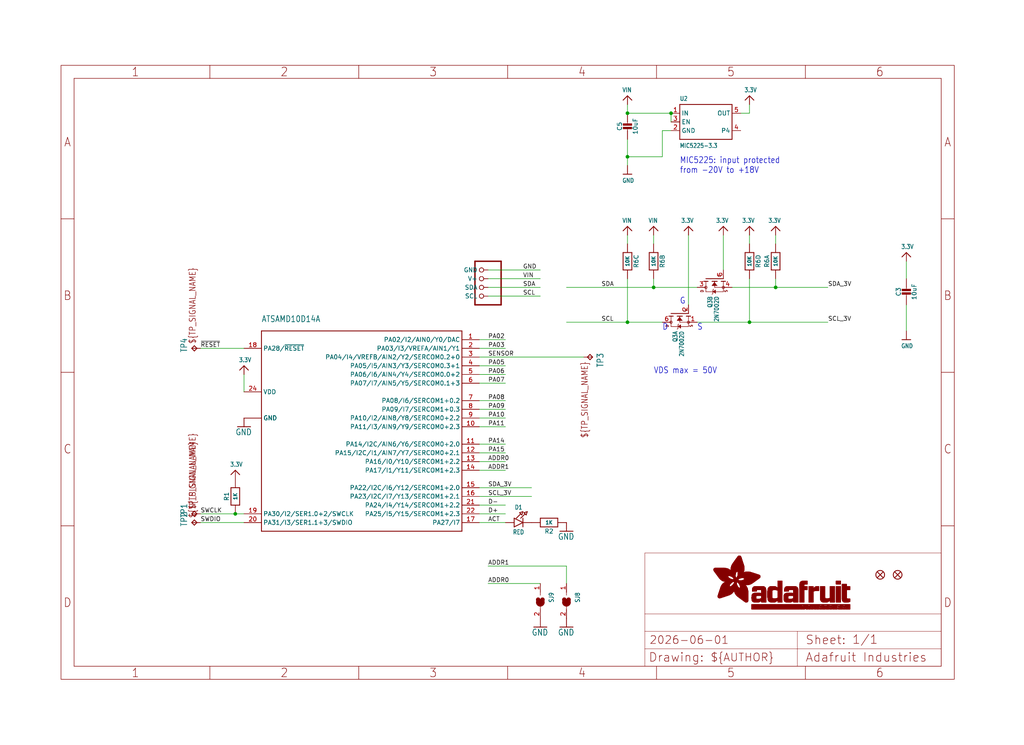
<source format=kicad_sch>
(kicad_sch (version 20230121) (generator eeschema)
  (paper "User" 298.45 217.322)
  (lib_symbols
    (symbol "working-eagle-import:3.3V" (power)
      (property "Value" "3.3V" (at -1.524 1.016 0))
      (symbol "3.3V_1_0"
        (pin power_in line (at 0 -2.54 90) (length 2.54) (name "3.3V") (number "1"))
      )
    )
    (symbol "working-eagle-import:ATSAMD10D14A"
      (symbol "ATSAMD10D14A_1_0"
        (pin bidirectional line (at 35.56 25.4 180) (length 5.08) (name "PA02/I2/AIN0/Y0/DAC") (number "1"))
        (pin bidirectional line (at 35.56 0 180) (length 5.08) (name "PA11/I3/AIN9/Y9/SERCOM0+2.3") (number "10"))
        (pin bidirectional line (at 35.56 -5.08 180) (length 5.08) (name "PA14/I2C/AIN6/Y6/SERCOM0+2.0") (number "11"))
        (pin bidirectional line (at 35.56 -7.62 180) (length 5.08) (name "PA15/I2C/I1/AIN7/Y7/SERCOM0+2.1") (number "12"))
        (pin bidirectional line (at 35.56 -10.16 180) (length 5.08) (name "PA16/I0/Y10/SERCOM1+2.2") (number "13"))
        (pin bidirectional line (at 35.56 -12.7 180) (length 5.08) (name "PA17/I1/Y11/SERCOM1+2.3") (number "14"))
        (pin bidirectional line (at 35.56 -17.78 180) (length 5.08) (name "PA22/I2C/I6/Y12/SERCOM1+2.0") (number "15"))
        (pin bidirectional line (at 35.56 -20.32 180) (length 5.08) (name "PA23/I2C/I7/Y13/SERCOM1+2.1") (number "16"))
        (pin bidirectional line (at 35.56 -27.94 180) (length 5.08) (name "PA27/I7") (number "17"))
        (pin bidirectional line (at -33.02 22.86 0) (length 5.08) (name "PA28/~{RESET}") (number "18"))
        (pin bidirectional line (at -33.02 -25.4 0) (length 5.08) (name "PA30/I2/SER1.0+2/SWCLK") (number "19"))
        (pin bidirectional line (at 35.56 22.86 180) (length 5.08) (name "PA03/I3/VREFA/AIN1/Y1") (number "2"))
        (pin bidirectional line (at -33.02 -27.94 0) (length 5.08) (name "PA31/I3/SER1.1+3/SWDIO") (number "20"))
        (pin bidirectional line (at 35.56 -22.86 180) (length 5.08) (name "PA24/I4/Y14/SERCOM1+2.2") (number "21"))
        (pin bidirectional line (at 35.56 -25.4 180) (length 5.08) (name "PA25/I5/Y15/SERCOM1+2.3") (number "22"))
        (pin power_in line (at -33.02 2.54 0) (length 5.08) (name "GND") (number "23"))
        (pin power_in line (at -33.02 10.16 0) (length 5.08) (name "VDD") (number "24"))
        (pin bidirectional line (at 35.56 20.32 180) (length 5.08) (name "PA04/I4/VREFB/AIN2/Y2/SERCOM0.2+0") (number "3"))
        (pin bidirectional line (at 35.56 17.78 180) (length 5.08) (name "PA05/I5/AIN3/Y3/SERCOM0.3+1") (number "4"))
        (pin bidirectional line (at 35.56 15.24 180) (length 5.08) (name "PA06/I6/AIN4/Y4/SERCOM0.0+2") (number "5"))
        (pin bidirectional line (at 35.56 12.7 180) (length 5.08) (name "PA07/I7/AIN5/Y5/SERCOM0.1+3") (number "6"))
        (pin bidirectional line (at 35.56 7.62 180) (length 5.08) (name "PA08/I6/SERCOM1+0.2") (number "7"))
        (pin bidirectional line (at 35.56 5.08 180) (length 5.08) (name "PA09/I7/SERCOM1+0.3") (number "8"))
        (pin bidirectional line (at 35.56 2.54 180) (length 5.08) (name "PA10/I2/AIN8/Y8/SERCOM0+2.2") (number "9"))
        (pin power_in line (at -33.02 2.54 0) (length 5.08) (name "GND") (number "THERM"))
      )
    )
    (symbol "working-eagle-import:CAP_CERAMIC0805-NOOUTLINE"
      (property "Reference" "C" (at -2.29 1.25 90))
      (symbol "CAP_CERAMIC0805-NOOUTLINE_1_0"
        (pin passive line (at 0 5.08 270) (length 2.54) (name "1") (number "1"))
        (pin passive line (at 0 -2.54 90) (length 2.54) (name "2") (number "2"))
      )
    )
    (symbol "working-eagle-import:FIDUCIAL_1MM")
    (symbol "working-eagle-import:FRAME_A4_ADAFRUIT"
      (symbol "FRAME_A4_ADAFRUIT_1_0"
        (text "${#}/${##}" (at 230.505 10.16 0) (effects (font (size 2.54 2.54)) (justify left bottom)))
        (text "${AUTHOR}" (at 189.23 5.08 0) (effects (font (size 2.286 2.286)) (justify left bottom)))
        (text "${CURRENT_DATE}" (at 171.45 10.16 0) (effects (font (size 2.286 2.286)) (justify left bottom)))
        (text "${PROJECTNAME}" (at 171.45 15.24 0) (effects (font (size 2.54 2.54)) (justify left bottom)))
        (text "1" (at 21.6958 1.905 0) (effects (font (size 2.54 2.286))))
        (text "1" (at 21.6958 177.165 0) (effects (font (size 2.54 2.286))))
        (text "2" (at 65.0875 1.905 0) (effects (font (size 2.54 2.286))))
        (text "2" (at 65.0875 177.165 0) (effects (font (size 2.54 2.286))))
        (text "3" (at 108.4792 1.905 0) (effects (font (size 2.54 2.286))))
        (text "3" (at 108.4792 177.165 0) (effects (font (size 2.54 2.286))))
        (text "4" (at 151.8708 1.905 0) (effects (font (size 2.54 2.286))))
        (text "4" (at 151.8708 177.165 0) (effects (font (size 2.54 2.286))))
        (text "5" (at 195.2625 1.905 0) (effects (font (size 2.54 2.286))))
        (text "5" (at 195.2625 177.165 0) (effects (font (size 2.54 2.286))))
        (text "6" (at 238.6542 1.905 0) (effects (font (size 2.54 2.286))))
        (text "6" (at 238.6542 177.165 0) (effects (font (size 2.54 2.286))))
        (text "A" (at 1.905 156.6863 0) (effects (font (size 2.54 2.286))))
        (text "A" (at 258.445 156.6863 0) (effects (font (size 2.54 2.286))))
        (text "Adafruit Industries" (at 216.916 4.953 0) (effects (font (size 2.54 2.54)) (justify left bottom)))
        (text "B" (at 1.905 111.9188 0) (effects (font (size 2.54 2.286))))
        (text "B" (at 258.445 111.9188 0) (effects (font (size 2.54 2.286))))
        (text "C" (at 1.905 67.1513 0) (effects (font (size 2.54 2.286))))
        (text "C" (at 258.445 67.1513 0) (effects (font (size 2.54 2.286))))
        (text "D" (at 1.905 22.3838 0) (effects (font (size 2.54 2.286))))
        (text "D" (at 258.445 22.3838 0) (effects (font (size 2.54 2.286))))
        (text "Drawing:" (at 171.196 4.953 0) (effects (font (size 2.54 2.54)) (justify left bottom)))
        (text "Sheet:" (at 216.916 10.033 0) (effects (font (size 2.54 2.54)) (justify left bottom)))
      )
    )
    (symbol "working-eagle-import:GND" (power)
      (property "Value" "GND" (at -1.524 -2.54 0))
      (symbol "GND_1_0"
        (pin power_in line (at 0 2.54 270) (length 2.54) (name "GND") (number "1"))
      )
    )
    (symbol "working-eagle-import:LED0805_NOOUTLINE"
      (property "Reference" "D" (at -1.27 4.445 0))
      (symbol "LED0805_NOOUTLINE_1_0"
        (pin passive line (at -5.08 0 0) (length 2.54) (name "A") (number "A"))
        (pin passive line (at 2.54 0 180) (length 2.54) (name "C") (number "C"))
      )
    )
    (symbol "working-eagle-import:MOSFET-N_DUAL"
      (property "Reference" "Q" (at 5.08 0.635 0))
      (symbol "MOSFET-N_DUAL_1_0"
        (text "D" (at 3.175 3.175 0) (effects (font (size 0.8128 0.6908)) (justify left bottom)))
        (text "G" (at -1.27 -1.905 0) (effects (font (size 0.8128 0.6908)) (justify left bottom)))
        (text "S" (at 3.175 -3.81 0) (effects (font (size 0.8128 0.6908)) (justify left bottom)))
        (pin bidirectional line (at 2.54 -5.08 90) (length 2.54) (name "S") (number "1"))
        (pin bidirectional line (at -2.54 -2.54 0) (length 2.54) (name "G") (number "2"))
        (pin bidirectional line (at 2.54 5.08 270) (length 2.54) (name "D") (number "6"))
      )
      (symbol "MOSFET-N_DUAL_2_0"
        (text "D" (at 3.175 3.175 0) (effects (font (size 0.8128 0.6908)) (justify left bottom)))
        (text "G" (at -1.27 -1.905 0) (effects (font (size 0.8128 0.6908)) (justify left bottom)))
        (text "S" (at 3.175 -3.81 0) (effects (font (size 0.8128 0.6908)) (justify left bottom)))
        (pin bidirectional line (at 2.54 5.08 270) (length 2.54) (name "D") (number "3"))
        (pin bidirectional line (at 2.54 -5.08 90) (length 2.54) (name "S") (number "4"))
        (pin bidirectional line (at -2.54 -2.54 0) (length 2.54) (name "G") (number "5"))
      )
    )
    (symbol "working-eagle-import:RESISTOR_0603_NOOUT"
      (property "Reference" "R" (at 0 2.54 0))
      (symbol "RESISTOR_0603_NOOUT_1_0"
        (pin passive line (at -5.08 0 0) (length 2.54) (name "1") (number "1"))
        (pin passive line (at 5.08 0 180) (length 2.54) (name "2") (number "2"))
      )
    )
    (symbol "working-eagle-import:RESISTOR_4PACK"
      (property "Reference" "R" (at 0 2.54 0))
      (symbol "RESISTOR_4PACK_1_0"
        (pin passive line (at -5.08 0 0) (length 2.54) (name "1") (number "1"))
        (pin passive line (at 5.08 0 180) (length 2.54) (name "2") (number "8"))
      )
      (symbol "RESISTOR_4PACK_2_0"
        (pin passive line (at -5.08 0 0) (length 2.54) (name "1") (number "2"))
        (pin passive line (at 5.08 0 180) (length 2.54) (name "2") (number "7"))
      )
      (symbol "RESISTOR_4PACK_3_0"
        (pin passive line (at -5.08 0 0) (length 2.54) (name "1") (number "3"))
        (pin passive line (at 5.08 0 180) (length 2.54) (name "2") (number "6"))
      )
      (symbol "RESISTOR_4PACK_4_0"
        (pin passive line (at -5.08 0 0) (length 2.54) (name "1") (number "4"))
        (pin passive line (at 5.08 0 180) (length 2.54) (name "2") (number "5"))
      )
    )
    (symbol "working-eagle-import:SOLDERJUMPER"
      (property "Reference" "SJ" (at -2.54 2.54 0))
      (symbol "SOLDERJUMPER_1_0"
        (pin passive line (at -5.08 0 0) (length 2.54) (name "1") (number "1"))
        (pin passive line (at 5.08 0 180) (length 2.54) (name "2") (number "2"))
      )
    )
    (symbol "working-eagle-import:STEMMA_I2C_RASMT"
      (symbol "STEMMA_I2C_RASMT_1_0"
        (pin passive inverted (at 0 5.08 0) (length 2.54) (name "GND") (number "1"))
        (pin passive inverted (at 0 2.54 0) (length 2.54) (name "V+") (number "2"))
        (pin passive inverted (at 0 0 0) (length 2.54) (name "SDA") (number "3"))
        (pin passive inverted (at 0 -2.54 0) (length 2.54) (name "SCL") (number "4"))
      )
      (symbol "STEMMA_I2C_RASMT_2_0"
        (pin bidirectional line (at 0 0 0) (length 5.08) (name "MT") (number "NC1"))
      )
      (symbol "STEMMA_I2C_RASMT_3_0"
        (pin bidirectional line (at 0 0 0) (length 5.08) (name "MT") (number "NC2"))
      )
    )
    (symbol "working-eagle-import:TPTP10R"
      (property "Reference" "TP" (at -1.27 1.27 0))
      (symbol "TPTP10R_1_0"
        (text "${TP_SIGNAL_NAME}" (at 1.27 -1.27 0) (effects (font (size 1.778 1.5113)) (justify left bottom)))
        (pin input line (at 0 -2.54 90) (length 2.54) (name "TP") (number "TP"))
      )
    )
    (symbol "working-eagle-import:TPTP15R"
      (property "Reference" "TP" (at -1.27 1.27 0))
      (symbol "TPTP15R_1_0"
        (text "${TP_SIGNAL_NAME}" (at 1.27 -1.27 0) (effects (font (size 1.778 1.5113)) (justify left bottom)))
        (pin input line (at 0 -2.54 90) (length 2.54) (name "TP") (number "TP"))
      )
    )
    (symbol "working-eagle-import:VIN" (power)
      (property "Value" "VIN" (at -1.524 1.016 0))
      (symbol "VIN_1_0"
        (pin power_in line (at 0 -2.54 90) (length 2.54) (name "VIN") (number "1"))
      )
    )
    (symbol "working-eagle-import:VREG_SOT23-5"
      (property "Reference" "U" (at -7.62 6.096 0))
      (symbol "VREG_SOT23-5_1_0"
        (pin power_in line (at -10.16 2.54 0) (length 2.54) (name "IN") (number "1"))
        (pin power_in line (at -10.16 -2.54 0) (length 2.54) (name "GND") (number "2"))
        (pin input line (at -10.16 0 0) (length 2.54) (name "EN") (number "3"))
        (pin bidirectional line (at 10.16 -2.54 180) (length 2.54) (name "P4") (number "4"))
        (pin power_in line (at 10.16 2.54 180) (length 2.54) (name "OUT") (number "5"))
      )
    )
    (symbol "working-eagle-import:supply1_GND" (power)
      (property "Value" "supply1_GND" (at -2.54 -2.54 0))
      (symbol "supply1_GND_1_0"
        (pin power_in line (at 0 2.54 270) (length 2.54) (name "GND") (number "1"))
      )
    )
  )
  (junction (at 195.58 33.02))
  (junction (at 68.58 149.86))
  (junction (at 226.06 83.82))
  (junction (at 182.88 33.02))
  (junction (at 218.44 93.98))
  (junction (at 182.88 45.72))
  (junction (at 182.88 93.98))
  (junction (at 190.5 83.82))
  (wire (pts (xy 190.5 81.28) (xy 190.5 83.82)) (stroke (width 0.1524)))
  (wire (pts (xy 142.24 165.1) (xy 165.1 165.1)) (stroke (width 0.1524)))
  (wire (pts (xy 218.44 71.12) (xy 218.44 68.58)) (stroke (width 0.1524)))
  (wire (pts (xy 147.32 124.46) (xy 139.7 124.46)) (stroke (width 0.1524)))
  (wire (pts (xy 182.88 93.98) (xy 165.1 93.98)) (stroke (width 0.1524)))
  (wire (pts (xy 226.06 83.82) (xy 241.3 83.82)) (stroke (width 0.1524)))
  (wire (pts (xy 200.66 88.9) (xy 200.66 68.58)) (stroke (width 0.1524)))
  (wire (pts (xy 218.44 81.28) (xy 218.44 93.98)) (stroke (width 0.1524)))
  (wire (pts (xy 226.06 71.12) (xy 226.06 68.58)) (stroke (width 0.1524)))
  (wire (pts (xy 182.88 68.58) (xy 182.88 71.12)) (stroke (width 0.1524)))
  (wire (pts (xy 139.7 121.92) (xy 147.32 121.92)) (stroke (width 0.1524)))
  (wire (pts (xy 139.7 104.14) (xy 170.18 104.14)) (stroke (width 0.1524)))
  (wire (pts (xy 182.88 30.48) (xy 182.88 33.02)) (stroke (width 0.1524)))
  (wire (pts (xy 195.58 38.1) (xy 193.04 38.1)) (stroke (width 0.1524)))
  (wire (pts (xy 182.88 45.72) (xy 182.88 48.26)) (stroke (width 0.1524)))
  (wire (pts (xy 71.12 152.4) (xy 58.42 152.4)) (stroke (width 0.1524)))
  (wire (pts (xy 264.16 96.52) (xy 264.16 88.9)) (stroke (width 0.1524)))
  (wire (pts (xy 147.32 119.38) (xy 139.7 119.38)) (stroke (width 0.1524)))
  (wire (pts (xy 139.7 134.62) (xy 147.32 134.62)) (stroke (width 0.1524)))
  (wire (pts (xy 68.58 149.86) (xy 71.12 149.86)) (stroke (width 0.1524)))
  (wire (pts (xy 139.7 109.22) (xy 147.32 109.22)) (stroke (width 0.1524)))
  (wire (pts (xy 139.7 144.78) (xy 154.94 144.78)) (stroke (width 0.1524)))
  (wire (pts (xy 264.16 81.28) (xy 264.16 76.2)) (stroke (width 0.1524)))
  (wire (pts (xy 210.82 78.74) (xy 210.82 68.58)) (stroke (width 0.1524)))
  (wire (pts (xy 193.04 45.72) (xy 182.88 45.72)) (stroke (width 0.1524)))
  (wire (pts (xy 142.24 78.74) (xy 157.48 78.74)) (stroke (width 0.1524)))
  (wire (pts (xy 142.24 86.36) (xy 157.48 86.36)) (stroke (width 0.1524)))
  (wire (pts (xy 147.32 111.76) (xy 139.7 111.76)) (stroke (width 0.1524)))
  (wire (pts (xy 71.12 101.6) (xy 58.42 101.6)) (stroke (width 0.1524)))
  (wire (pts (xy 182.88 45.72) (xy 182.88 40.64)) (stroke (width 0.1524)))
  (wire (pts (xy 218.44 33.02) (xy 218.44 30.48)) (stroke (width 0.1524)))
  (wire (pts (xy 195.58 35.56) (xy 195.58 33.02)) (stroke (width 0.1524)))
  (wire (pts (xy 147.32 137.16) (xy 139.7 137.16)) (stroke (width 0.1524)))
  (wire (pts (xy 193.04 38.1) (xy 193.04 45.72)) (stroke (width 0.1524)))
  (wire (pts (xy 193.04 93.98) (xy 182.88 93.98)) (stroke (width 0.1524)))
  (wire (pts (xy 147.32 101.6) (xy 139.7 101.6)) (stroke (width 0.1524)))
  (wire (pts (xy 203.2 93.98) (xy 218.44 93.98)) (stroke (width 0.1524)))
  (wire (pts (xy 71.12 109.22) (xy 71.12 114.3)) (stroke (width 0.1524)))
  (wire (pts (xy 139.7 129.54) (xy 147.32 129.54)) (stroke (width 0.1524)))
  (wire (pts (xy 190.5 83.82) (xy 165.1 83.82)) (stroke (width 0.1524)))
  (wire (pts (xy 58.42 149.86) (xy 68.58 149.86)) (stroke (width 0.1524)))
  (wire (pts (xy 139.7 147.32) (xy 147.32 147.32)) (stroke (width 0.1524)))
  (wire (pts (xy 139.7 142.24) (xy 154.94 142.24)) (stroke (width 0.1524)))
  (wire (pts (xy 157.48 81.28) (xy 142.24 81.28)) (stroke (width 0.1524)))
  (wire (pts (xy 226.06 81.28) (xy 226.06 83.82)) (stroke (width 0.1524)))
  (wire (pts (xy 147.32 106.68) (xy 139.7 106.68)) (stroke (width 0.1524)))
  (wire (pts (xy 218.44 93.98) (xy 241.3 93.98)) (stroke (width 0.1524)))
  (wire (pts (xy 139.7 116.84) (xy 147.32 116.84)) (stroke (width 0.1524)))
  (wire (pts (xy 165.1 165.1) (xy 165.1 170.18)) (stroke (width 0.1524)))
  (wire (pts (xy 213.36 83.82) (xy 226.06 83.82)) (stroke (width 0.1524)))
  (wire (pts (xy 147.32 132.08) (xy 139.7 132.08)) (stroke (width 0.1524)))
  (wire (pts (xy 190.5 71.12) (xy 190.5 68.58)) (stroke (width 0.1524)))
  (wire (pts (xy 195.58 33.02) (xy 182.88 33.02)) (stroke (width 0.1524)))
  (wire (pts (xy 139.7 99.06) (xy 147.32 99.06)) (stroke (width 0.1524)))
  (wire (pts (xy 142.24 170.18) (xy 157.48 170.18)) (stroke (width 0.1524)))
  (wire (pts (xy 182.88 81.28) (xy 182.88 93.98)) (stroke (width 0.1524)))
  (wire (pts (xy 147.32 149.86) (xy 139.7 149.86)) (stroke (width 0.1524)))
  (wire (pts (xy 215.9 33.02) (xy 218.44 33.02)) (stroke (width 0.1524)))
  (wire (pts (xy 139.7 152.4) (xy 147.32 152.4)) (stroke (width 0.1524)))
  (wire (pts (xy 142.24 83.82) (xy 157.48 83.82)) (stroke (width 0.1524)))
  (wire (pts (xy 203.2 83.82) (xy 190.5 83.82)) (stroke (width 0.1524)))
  (text "MIC5225: input protected\nfrom -20V to +18V" (at 198.12 50.8 0) (effects (font (size 1.778 1.5113)) (justify left bottom)))
  (text "VDS max = 50V" (at 190.5 109.22 0) (effects (font (size 1.778 1.5113)) (justify left bottom)))
  (text "D" (at 193.04 96.52 0) (effects (font (size 1.778 1.5113)) (justify left bottom)))
  (text "G" (at 198.12 88.9 0) (effects (font (size 1.778 1.5113)) (justify left bottom)))
  (text "S" (at 203.2 96.52 0) (effects (font (size 1.778 1.5113)) (justify left bottom)))
  (label "PA02" (at 142.24 99.06 0) (effects (font (size 1.2446 1.2446))))
  (label "SDA_3V" (at 241.3 83.82 0) (effects (font (size 1.2446 1.2446))))
  (label "SDA" (at 175.26 83.82 0) (effects (font (size 1.2446 1.2446))))
  (label "PA09" (at 142.24 119.38 0) (effects (font (size 1.2446 1.2446))))
  (label "ADDR1" (at 142.24 165.1 0) (effects (font (size 1.2446 1.2446))))
  (label "PA05" (at 142.24 106.68 0) (effects (font (size 1.2446 1.2446))))
  (label "SCL_3V" (at 241.3 93.98 0) (effects (font (size 1.2446 1.2446))))
  (label "SWDIO" (at 58.42 152.4 0) (effects (font (size 1.2446 1.2446))))
  (label "GND" (at 152.4 78.74 0) (effects (font (size 1.2446 1.2446))))
  (label "PA03" (at 142.24 101.6 0) (effects (font (size 1.2446 1.2446))))
  (label "SCL_3V" (at 142.24 144.78 0) (effects (font (size 1.2446 1.2446))))
  (label "SWCLK" (at 58.42 149.86 0) (effects (font (size 1.2446 1.2446))))
  (label "ADDR1" (at 142.24 137.16 0) (effects (font (size 1.2446 1.2446))))
  (label "SENSOR" (at 142.24 104.14 0) (effects (font (size 1.2446 1.2446))))
  (label "PA14" (at 142.24 129.54 0) (effects (font (size 1.2446 1.2446))))
  (label "VIN" (at 152.4 81.28 0) (effects (font (size 1.2446 1.2446))))
  (label "PA08" (at 142.24 116.84 0) (effects (font (size 1.2446 1.2446))))
  (label "PA15" (at 142.24 132.08 0) (effects (font (size 1.2446 1.2446))))
  (label "SDA_3V" (at 142.24 142.24 0) (effects (font (size 1.2446 1.2446))))
  (label "PA11" (at 142.24 124.46 0) (effects (font (size 1.2446 1.2446))))
  (label "~{RESET}" (at 58.42 101.6 0) (effects (font (size 1.2446 1.2446))))
  (label "ACT" (at 142.24 152.4 0) (effects (font (size 1.2446 1.2446))))
  (label "SCL" (at 152.4 86.36 0) (effects (font (size 1.2446 1.2446))))
  (label "D-" (at 142.24 147.32 0) (effects (font (size 1.2446 1.2446))))
  (label "PA10" (at 142.24 121.92 0) (effects (font (size 1.2446 1.2446))))
  (label "D+" (at 142.24 149.86 0) (effects (font (size 1.2446 1.2446))))
  (label "SDA" (at 152.4 83.82 0) (effects (font (size 1.2446 1.2446))))
  (label "PA06" (at 142.24 109.22 0) (effects (font (size 1.2446 1.2446))))
  (label "SCL" (at 175.26 93.98 0) (effects (font (size 1.2446 1.2446))))
  (label "ADDR0" (at 142.24 170.18 0) (effects (font (size 1.2446 1.2446))))
  (label "PA07" (at 142.24 111.76 0) (effects (font (size 1.2446 1.2446))))
  (label "ADDR0" (at 142.24 134.62 0) (effects (font (size 1.2446 1.2446))))
  (symbol (lib_id "working-eagle-import:FIDUCIAL_1MM") (at 256.54 167.64 0) (unit 1)
    (property "Reference" "FID1" (effects hide))
    (property "Value" "FIDUCIAL_1MM" (effects hide))
    (property "Footprint" "working:FIDUCIAL_1MM" (effects hide))
  )
  (symbol (lib_id "working-eagle-import:RESISTOR_0603_NOOUT") (at 68.58 144.78 90) (unit 1)
    (property "Reference" "R1" (at 66.04 144.78 0))
    (property "Value" "1K" (at 68.58 144.78 0) (effects (font (size 1.016 1.016) bold)))
    (property "Footprint" "working:0603-NO" (effects hide))
  )
  (symbol (lib_id "working-eagle-import:FRAME_A4_ADAFRUIT") (at 17.78 198.12 0) (unit 1)
    (property "Reference" "#U$1" (effects hide))
    (property "Value" "FRAME_A4_ADAFRUIT" (effects hide))
  )
  (symbol (lib_id "working-eagle-import:RESISTOR_4PACK") (at 190.5 76.2 270) (unit 2)
    (property "Reference" "R6" (at 193.04 76.2 0))
    (property "Value" "10K" (at 190.5 76.2 0) (effects (font (size 1.016 1.016) bold)))
    (property "Footprint" "working:RESPACK_4X0603" (effects hide))
  )
  (symbol (lib_id "working-eagle-import:3.3V") (at 71.12 106.68 0) (unit 1)
    (property "Reference" "#U$3" (effects hide))
    (property "Value" "3.3V" (at 69.596 105.664 0) (effects (font (size 1.27 1.0795)) (justify left bottom)))
  )
  (symbol (lib_id "working-eagle-import:SOLDERJUMPER") (at 157.48 175.26 270) (unit 1)
    (property "Reference" "SJ9" (at 160.02 172.72 0) (effects (font (size 1.27 1.0795)) (justify left bottom)))
    (property "Value" "SOLDERJUMPER" (effects hide))
    (property "Footprint" "working:SOLDERJUMPER_ARROW_NOPASTE" (effects hide))
  )
  (symbol (lib_id "working-eagle-import:CAP_CERAMIC0805-NOOUTLINE") (at 264.16 86.36 0) (unit 1)
    (property "Reference" "C3" (at 261.87 85.11 90))
    (property "Value" "10uF" (at 266.46 85.11 90))
    (property "Footprint" "working:0805-NO" (effects hide))
  )
  (symbol (lib_id "working-eagle-import:TPTP10R") (at 172.72 104.14 270) (unit 1)
    (property "Reference" "TP3" (at 173.99 102.87 0) (effects (font (size 1.778 1.5113)) (justify left bottom)))
    (property "Value" "TPTP10R" (effects hide))
    (property "Footprint" "working:TP10R" (effects hide))
  )
  (symbol (lib_id "working-eagle-import:VIN") (at 190.5 66.04 0) (unit 1)
    (property "Reference" "#U$22" (effects hide))
    (property "Value" "VIN" (at 188.976 65.024 0) (effects (font (size 1.27 1.0795)) (justify left bottom)))
  )
  (symbol (lib_id "working-eagle-import:3.3V") (at 200.66 66.04 0) (mirror y) (unit 1)
    (property "Reference" "#U$20" (effects hide))
    (property "Value" "3.3V" (at 202.184 65.024 0) (effects (font (size 1.27 1.0795)) (justify left bottom)))
  )
  (symbol (lib_id "working-eagle-import:3.3V") (at 264.16 73.66 0) (unit 1)
    (property "Reference" "#U$18" (effects hide))
    (property "Value" "3.3V" (at 262.636 72.644 0) (effects (font (size 1.27 1.0795)) (justify left bottom)))
  )
  (symbol (lib_id "working-eagle-import:LED0805_NOOUTLINE") (at 152.4 152.4 0) (unit 1)
    (property "Reference" "D1" (at 151.13 147.955 0) (effects (font (size 1.27 1.0795))))
    (property "Value" "RED" (at 151.13 155.194 0) (effects (font (size 1.27 1.0795))))
    (property "Footprint" "working:CHIPLED_0805_NOOUTLINE" (effects hide))
  )
  (symbol (lib_id "working-eagle-import:MOSFET-N_DUAL") (at 208.28 81.28 90) (mirror x) (unit 2)
    (property "Reference" "Q3" (at 207.645 86.36 0) (effects (font (size 1.27 1.0795)) (justify left bottom)))
    (property "Value" "2N7002D" (at 209.55 86.36 0) (effects (font (size 1.27 1.0795)) (justify left bottom)))
    (property "Footprint" "working:SOT363" (effects hide))
  )
  (symbol (lib_id "working-eagle-import:supply1_GND") (at 165.1 182.88 0) (unit 1)
    (property "Reference" "#GND6" (effects hide))
    (property "Value" "GND" (at 162.56 185.42 0) (effects (font (size 1.778 1.5113)) (justify left bottom)))
  )
  (symbol (lib_id "working-eagle-import:supply1_GND") (at 157.48 182.88 0) (unit 1)
    (property "Reference" "#GND5" (effects hide))
    (property "Value" "GND" (at 154.94 185.42 0) (effects (font (size 1.778 1.5113)) (justify left bottom)))
  )
  (symbol (lib_id "working-eagle-import:ATSAMD10D14A") (at 104.14 124.46 0) (unit 1)
    (property "Reference" "IC1" (effects hide))
    (property "Value" "ATSAMD10D14A" (at 76.2 93.98 0) (effects (font (size 1.778 1.5113)) (justify left bottom)))
    (property "Footprint" "working:QFN24_4MM" (effects hide))
  )
  (symbol (lib_id "working-eagle-import:RESISTOR_4PACK") (at 226.06 76.2 90) (mirror x) (unit 1)
    (property "Reference" "R6" (at 223.52 76.2 0))
    (property "Value" "10K" (at 226.06 76.2 0) (effects (font (size 1.016 1.016) bold)))
    (property "Footprint" "working:RESPACK_4X0603" (effects hide))
  )
  (symbol (lib_id "working-eagle-import:GND") (at 264.16 99.06 0) (unit 1)
    (property "Reference" "#U$13" (effects hide))
    (property "Value" "GND" (at 262.636 101.6 0) (effects (font (size 1.27 1.0795)) (justify left bottom)))
  )
  (symbol (lib_id "working-eagle-import:3.3V") (at 218.44 27.94 0) (unit 1)
    (property "Reference" "#U$17" (effects hide))
    (property "Value" "3.3V" (at 216.916 26.924 0) (effects (font (size 1.27 1.0795)) (justify left bottom)))
  )
  (symbol (lib_id "working-eagle-import:SOLDERJUMPER") (at 165.1 175.26 270) (unit 1)
    (property "Reference" "SJ8" (at 167.64 172.72 0) (effects (font (size 1.27 1.0795)) (justify left bottom)))
    (property "Value" "SOLDERJUMPER" (effects hide))
    (property "Footprint" "working:SOLDERJUMPER_ARROW_NOPASTE" (effects hide))
  )
  (symbol (lib_id "working-eagle-import:RESISTOR_0603_NOOUT") (at 160.02 152.4 180) (unit 1)
    (property "Reference" "R2" (at 160.02 154.94 0))
    (property "Value" "1K" (at 160.02 152.4 0) (effects (font (size 1.016 1.016) bold)))
    (property "Footprint" "working:0603-NO" (effects hide))
  )
  (symbol (lib_id "working-eagle-import:STEMMA_I2C_RASMT") (at 142.24 83.82 0) (mirror y) (unit 1)
    (property "Reference" "X1" (effects hide))
    (property "Value" "STEMMA_I2C_RASMT" (effects hide))
    (property "Footprint" "working:JSTPH4" (effects hide))
  )
  (symbol (lib_id "working-eagle-import:CAP_CERAMIC0805-NOOUTLINE") (at 182.88 38.1 0) (unit 1)
    (property "Reference" "C5" (at 180.59 36.85 90))
    (property "Value" "10uF" (at 185.18 36.85 90))
    (property "Footprint" "working:0805-NO" (effects hide))
  )
  (symbol (lib_id "working-eagle-import:3.3V") (at 218.44 66.04 0) (mirror y) (unit 1)
    (property "Reference" "#U$16" (effects hide))
    (property "Value" "3.3V" (at 219.964 65.024 0) (effects (font (size 1.27 1.0795)) (justify left bottom)))
  )
  (symbol (lib_id "working-eagle-import:MOSFET-N_DUAL") (at 198.12 91.44 90) (mirror x) (unit 1)
    (property "Reference" "Q3" (at 197.485 96.52 0) (effects (font (size 1.27 1.0795)) (justify left bottom)))
    (property "Value" "2N7002D" (at 199.39 96.52 0) (effects (font (size 1.27 1.0795)) (justify left bottom)))
    (property "Footprint" "working:SOT363" (effects hide))
  )
  (symbol (lib_id "working-eagle-import:GND") (at 182.88 50.8 0) (unit 1)
    (property "Reference" "#U$14" (effects hide))
    (property "Value" "GND" (at 181.356 53.34 0) (effects (font (size 1.27 1.0795)) (justify left bottom)))
  )
  (symbol (lib_id "working-eagle-import:supply1_GND") (at 165.1 154.94 0) (unit 1)
    (property "Reference" "#GND10" (effects hide))
    (property "Value" "GND" (at 162.56 157.48 0) (effects (font (size 1.778 1.5113)) (justify left bottom)))
  )
  (symbol (lib_id "working-eagle-import:RESISTOR_4PACK") (at 218.44 76.2 270) (mirror x) (unit 4)
    (property "Reference" "R6" (at 220.98 76.2 0))
    (property "Value" "10K" (at 218.44 76.2 0) (effects (font (size 1.016 1.016) bold)))
    (property "Footprint" "working:RESPACK_4X0603" (effects hide))
  )
  (symbol (lib_id "working-eagle-import:RESISTOR_4PACK") (at 182.88 76.2 270) (unit 3)
    (property "Reference" "R6" (at 185.42 76.2 0))
    (property "Value" "10K" (at 182.88 76.2 0) (effects (font (size 1.016 1.016) bold)))
    (property "Footprint" "working:RESPACK_4X0603" (effects hide))
  )
  (symbol (lib_id "working-eagle-import:3.3V") (at 226.06 66.04 0) (mirror y) (unit 1)
    (property "Reference" "#U$15" (effects hide))
    (property "Value" "3.3V" (at 227.584 65.024 0) (effects (font (size 1.27 1.0795)) (justify left bottom)))
  )
  (symbol (lib_id "working-eagle-import:TPTP15R") (at 55.88 149.86 90) (unit 1)
    (property "Reference" "TP1" (at 54.61 151.13 0) (effects (font (size 1.778 1.5113)) (justify left bottom)))
    (property "Value" "TPTP15R" (effects hide))
    (property "Footprint" "working:TP15R" (effects hide))
  )
  (symbol (lib_id "working-eagle-import:supply1_GND") (at 71.12 124.46 0) (unit 1)
    (property "Reference" "#GND1" (effects hide))
    (property "Value" "GND" (at 68.58 127 0) (effects (font (size 1.778 1.5113)) (justify left bottom)))
  )
  (symbol (lib_id "working-eagle-import:VIN") (at 182.88 27.94 0) (unit 1)
    (property "Reference" "#U$19" (effects hide))
    (property "Value" "VIN" (at 181.356 26.924 0) (effects (font (size 1.27 1.0795)) (justify left bottom)))
  )
  (symbol (lib_id "working-eagle-import:TPTP15R") (at 55.88 101.6 90) (unit 1)
    (property "Reference" "TP4" (at 54.61 102.87 0) (effects (font (size 1.778 1.5113)) (justify left bottom)))
    (property "Value" "TPTP15R" (effects hide))
    (property "Footprint" "working:TP15R" (effects hide))
  )
  (symbol (lib_id "working-eagle-import:FIDUCIAL_1MM") (at 261.62 167.64 0) (unit 1)
    (property "Reference" "FID2" (effects hide))
    (property "Value" "FIDUCIAL_1MM" (effects hide))
    (property "Footprint" "working:FIDUCIAL_1MM" (effects hide))
  )
  (symbol (lib_id "working-eagle-import:TPTP15R") (at 55.88 152.4 90) (unit 1)
    (property "Reference" "TP2" (at 54.61 153.67 0) (effects (font (size 1.778 1.5113)) (justify left bottom)))
    (property "Value" "TPTP15R" (effects hide))
    (property "Footprint" "working:TP15R" (effects hide))
  )
  (symbol (lib_id "working-eagle-import:VIN") (at 182.88 66.04 0) (unit 1)
    (property "Reference" "#U$23" (effects hide))
    (property "Value" "VIN" (at 181.356 65.024 0) (effects (font (size 1.27 1.0795)) (justify left bottom)))
  )
  (symbol (lib_id "working-eagle-import:VREG_SOT23-5") (at 205.74 35.56 0) (unit 1)
    (property "Reference" "U2" (at 198.12 29.464 0) (effects (font (size 1.27 1.0795)) (justify left bottom)))
    (property "Value" "MIC5225-3.3" (at 198.12 43.18 0) (effects (font (size 1.27 1.0795)) (justify left bottom)))
    (property "Footprint" "working:SOT23-5" (effects hide))
  )
  (symbol (lib_id "working-eagle-import:3.3V") (at 210.82 66.04 0) (mirror y) (unit 1)
    (property "Reference" "#U$21" (effects hide))
    (property "Value" "3.3V" (at 212.344 65.024 0) (effects (font (size 1.27 1.0795)) (justify left bottom)))
  )
  (symbol (lib_id "working-eagle-import:3.3V") (at 68.58 137.16 0) (unit 1)
    (property "Reference" "#U$8" (effects hide))
    (property "Value" "3.3V" (at 67.056 136.144 0) (effects (font (size 1.27 1.0795)) (justify left bottom)))
  )
)
</source>
